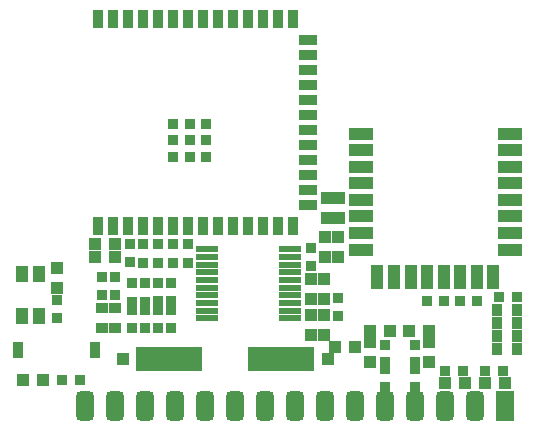
<source format=gtp>
G04*
G04 #@! TF.GenerationSoftware,Altium Limited,Altium Designer,23.0.1 (38)*
G04*
G04 Layer_Color=8421504*
%FSTAX43Y43*%
%MOMM*%
G71*
G04*
G04 #@! TF.SameCoordinates,B778C3FE-ACB6-4B2B-825A-9079CAA5F4FE*
G04*
G04*
G04 #@! TF.FilePolarity,Positive*
G04*
G01*
G75*
%ADD14R,0.900X1.400*%
%ADD15R,1.050X1.400*%
G04:AMPARAMS|DCode=16|XSize=1.9mm|YSize=0.48mm|CornerRadius=0.06mm|HoleSize=0mm|Usage=FLASHONLY|Rotation=180.000|XOffset=0mm|YOffset=0mm|HoleType=Round|Shape=RoundedRectangle|*
%AMROUNDEDRECTD16*
21,1,1.900,0.360,0,0,180.0*
21,1,1.780,0.480,0,0,180.0*
1,1,0.120,-0.890,0.180*
1,1,0.120,0.890,0.180*
1,1,0.120,0.890,-0.180*
1,1,0.120,-0.890,-0.180*
%
%ADD16ROUNDEDRECTD16*%
%ADD17R,0.930X0.870*%
%ADD18R,5.600X2.100*%
%ADD19R,1.100X1.000*%
%ADD20R,0.900X0.900*%
%ADD21R,0.900X1.500*%
%ADD22R,1.500X0.900*%
%ADD23R,2.000X1.000*%
%ADD24R,1.000X2.000*%
%ADD25R,1.000X0.900*%
%ADD26R,1.500X2.500*%
G04:AMPARAMS|DCode=27|XSize=1.5mm|YSize=2.5mm|CornerRadius=0.375mm|HoleSize=0mm|Usage=FLASHONLY|Rotation=180.000|XOffset=0mm|YOffset=0mm|HoleType=Round|Shape=RoundedRectangle|*
%AMROUNDEDRECTD27*
21,1,1.500,1.750,0,0,180.0*
21,1,0.750,2.500,0,0,180.0*
1,1,0.750,-0.375,0.875*
1,1,0.750,0.375,0.875*
1,1,0.750,0.375,-0.875*
1,1,0.750,-0.375,-0.875*
%
%ADD27ROUNDEDRECTD27*%
%ADD28R,1.000X1.100*%
%ADD29R,0.870X0.930*%
%ADD30R,0.900X1.000*%
D14*
X0001753Y0003378D02*
D03*
X-0004747D02*
D03*
D15*
X-0002958Y0009826D02*
D03*
Y0006226D02*
D03*
X-0004408Y0009826D02*
D03*
Y0006226D02*
D03*
D16*
X0018237Y0006041D02*
D03*
Y0006691D02*
D03*
Y0007341D02*
D03*
Y0007991D02*
D03*
Y0008641D02*
D03*
Y0009291D02*
D03*
Y0009941D02*
D03*
Y0010591D02*
D03*
Y0011241D02*
D03*
Y0011891D02*
D03*
X0011227D02*
D03*
Y0011241D02*
D03*
Y0010591D02*
D03*
Y0009941D02*
D03*
Y0009291D02*
D03*
Y0008641D02*
D03*
Y0007991D02*
D03*
Y0007341D02*
D03*
Y0006691D02*
D03*
Y0006041D02*
D03*
D17*
X0002337Y0009543D02*
D03*
Y0008033D02*
D03*
X0004902Y0007466D02*
D03*
Y0009026D02*
D03*
X-0001473Y0006112D02*
D03*
Y0007622D02*
D03*
X0004699Y001082D02*
D03*
Y001233D02*
D03*
X0006005Y0006756D02*
D03*
Y0005246D02*
D03*
X0026289Y0001771D02*
D03*
Y0000211D02*
D03*
Y0003828D02*
D03*
Y0002318D02*
D03*
X0004902Y0006756D02*
D03*
Y0005246D02*
D03*
X0005867Y001077D02*
D03*
Y001233D02*
D03*
X0008211Y0007516D02*
D03*
Y0009026D02*
D03*
X0007108Y0007516D02*
D03*
Y0009026D02*
D03*
X0028829Y0001771D02*
D03*
Y0000211D02*
D03*
Y0003828D02*
D03*
Y0002318D02*
D03*
X0007137Y001077D02*
D03*
Y001233D02*
D03*
X0008407Y001077D02*
D03*
Y001233D02*
D03*
X0009677Y001077D02*
D03*
Y001233D02*
D03*
X0008211Y0005196D02*
D03*
Y0006756D02*
D03*
X0007108Y0005196D02*
D03*
Y0006756D02*
D03*
X0006005Y0007466D02*
D03*
Y0009026D02*
D03*
X0020015Y0010515D02*
D03*
Y0012025D02*
D03*
X0034082Y0007506D02*
D03*
Y0009016D02*
D03*
X0032682Y0007506D02*
D03*
Y0009016D02*
D03*
X0031282Y0007506D02*
D03*
Y0009016D02*
D03*
X002987D02*
D03*
Y0007506D02*
D03*
X0022327Y000774D02*
D03*
Y000623D02*
D03*
X0003454Y0009543D02*
D03*
Y0008033D02*
D03*
D18*
X0017544Y0002642D02*
D03*
X0008044D02*
D03*
D19*
X0022086Y0003632D02*
D03*
X0023786D02*
D03*
X0034774Y0000584D02*
D03*
X0036474D02*
D03*
X0026758Y0004978D02*
D03*
X0025058D02*
D03*
X0028348D02*
D03*
X0030048D02*
D03*
X0005803Y0002642D02*
D03*
X0004103D02*
D03*
X0021487D02*
D03*
X0019787D02*
D03*
X0033094Y0000584D02*
D03*
X0031394D02*
D03*
X-0004355Y0000813D02*
D03*
X-0002655D02*
D03*
X0003429Y0012319D02*
D03*
X0001729D02*
D03*
Y0011252D02*
D03*
X0003429D02*
D03*
D20*
X0008377Y0022516D02*
D03*
X0009777D02*
D03*
X0011177D02*
D03*
Y0021116D02*
D03*
Y0019716D02*
D03*
X0009777D02*
D03*
X0008377D02*
D03*
Y0021116D02*
D03*
X0009777D02*
D03*
D21*
X0002057Y0031366D02*
D03*
X0003327D02*
D03*
X0004597D02*
D03*
X0005867D02*
D03*
X0007137D02*
D03*
X0008407D02*
D03*
X0009677D02*
D03*
X0010947D02*
D03*
X0012217D02*
D03*
X0013487D02*
D03*
X0014757D02*
D03*
X0016027D02*
D03*
X0017297D02*
D03*
X0018567D02*
D03*
Y0013866D02*
D03*
X0017297D02*
D03*
X0016027D02*
D03*
X0014757D02*
D03*
X0013487D02*
D03*
X0012217D02*
D03*
X0010947D02*
D03*
X0009677D02*
D03*
X0008407D02*
D03*
X0007137D02*
D03*
X0005867D02*
D03*
X0004597D02*
D03*
X0003327D02*
D03*
X0002057D02*
D03*
D22*
X0019817Y0029601D02*
D03*
Y0028331D02*
D03*
Y0027061D02*
D03*
Y0025791D02*
D03*
Y0024521D02*
D03*
Y0023251D02*
D03*
Y0021981D02*
D03*
Y0020711D02*
D03*
Y0019441D02*
D03*
Y0018171D02*
D03*
Y0016901D02*
D03*
Y0015631D02*
D03*
D23*
X0024287Y0011876D02*
D03*
Y0021676D02*
D03*
Y0020276D02*
D03*
Y0018876D02*
D03*
Y0017476D02*
D03*
Y0016076D02*
D03*
Y0014676D02*
D03*
Y0013276D02*
D03*
X0036877Y0011876D02*
D03*
Y0013276D02*
D03*
Y0014676D02*
D03*
Y0016076D02*
D03*
Y0017476D02*
D03*
Y0018876D02*
D03*
Y0020276D02*
D03*
Y0021676D02*
D03*
D24*
X0025682Y0009581D02*
D03*
X0027082D02*
D03*
X0028482D02*
D03*
X0029882D02*
D03*
X0031282D02*
D03*
X0032682D02*
D03*
X0034082D02*
D03*
X0035482D02*
D03*
D25*
X0002337Y0005246D02*
D03*
Y0006946D02*
D03*
X0003454Y0005246D02*
D03*
Y0006946D02*
D03*
D26*
X0036474Y-0001397D02*
D03*
D27*
X0016154D02*
D03*
X0018694D02*
D03*
X0021234D02*
D03*
X0023774D02*
D03*
X0026314D02*
D03*
X0028854D02*
D03*
X0031394D02*
D03*
X0033934D02*
D03*
X0013614D02*
D03*
X0000914D02*
D03*
X0011074D02*
D03*
X0008534D02*
D03*
X0005994D02*
D03*
X0003454D02*
D03*
D28*
X0022454Y0014549D02*
D03*
Y0016249D02*
D03*
X-0001473Y0010324D02*
D03*
Y0008624D02*
D03*
X0021438Y0016249D02*
D03*
Y0014549D02*
D03*
X0020015Y0006351D02*
D03*
Y0004651D02*
D03*
X0022352Y0011241D02*
D03*
Y0012941D02*
D03*
X0021184Y0007651D02*
D03*
Y0009351D02*
D03*
X0025044Y0002313D02*
D03*
Y0004013D02*
D03*
X0030048Y0002318D02*
D03*
Y0004018D02*
D03*
X002126Y0011241D02*
D03*
Y0012941D02*
D03*
X0021184Y0006351D02*
D03*
Y0004651D02*
D03*
X0020015Y0007651D02*
D03*
Y0009351D02*
D03*
D29*
X0032904Y00016D02*
D03*
X0031394D02*
D03*
X0034774D02*
D03*
X0036284D02*
D03*
X0000501Y0000838D02*
D03*
X-0001009D02*
D03*
X0037473Y0007899D02*
D03*
X0035963D02*
D03*
D30*
X0037473Y0006795D02*
D03*
X0035773D02*
D03*
X0037473Y0005673D02*
D03*
X0035773D02*
D03*
X0037473Y0004551D02*
D03*
X0035773D02*
D03*
Y0003429D02*
D03*
X0037473D02*
D03*
M02*

</source>
